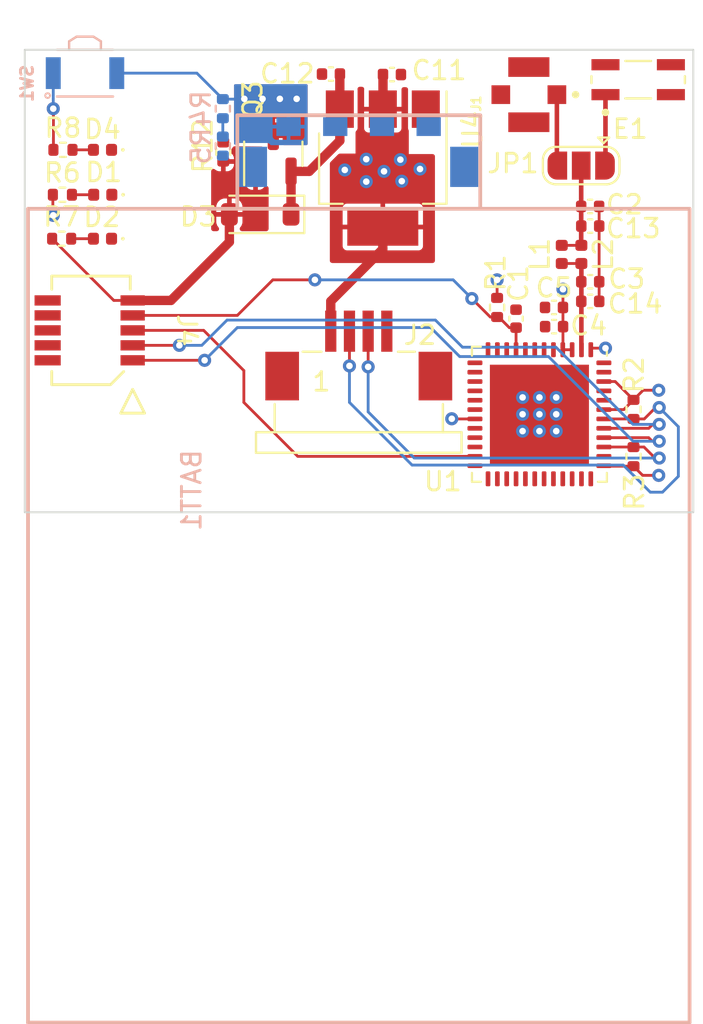
<source format=kicad_pcb>
(kicad_pcb (version 20221018) (generator pcbnew)
  (layers (0 "F.Cu" signal) (1 "In1.Cu" signal) (2 "In2.Cu" signal) (31 "B.Cu" signal) (34 "B.Paste" user) (35 "F.Paste" user) (36 "B.SilkS" user "B.Silkscreen") (37 "F.SilkS" user "F.Silkscreen") (38 "B.Mask" user) (39 "F.Mask" user) (44 "Edge.Cuts" user))
  (net 0 "")
  (net 1 "GND")
  (net 2 "Net-(JP1-A)")
  (net 3 "Net-(JP1-B)")
  (net 4 "+BATT")
  (net 6 "+3.3V")
  (net 7 "Net-(D3-K)")
  (net 8 "Net-(U1-LNA_IN)")
  (net 14 "/MCU/GPI34")
  (net 15 "/MCU/GPI35")
  (net 16 "/MCU/GPIO32")
  (net 17 "/MCU/GPIO33")
  (net 18 "/MCU/GPIO25")
  (net 19 "/MCU/GPIO26")
  (net 20 "/MCU/GPIO27")
  (net 21 "/MCU/GPIO14")
  (net 22 "/MCU/GPIO12")
  (net 23 "/MCU/GPIO13")
  (net 24 "/MCU/GPIO15")
  (net 26 "/MCU/GPIO4")
  (net 30 "/MCU/GPIO9")
  (net 31 "/MCU/GPIO10")
  (net 36 "/MCU/GPIO5")
  (net 37 "/MCU/GPIO18")
  (net 38 "/MCU/GPIO23")
  (net 39 "/MCU/GPIO19")
  (net 40 "/MCU/SCL")
  (net 41 "/MCU/RX")
  (net 42 "/MCU/TX")
  (net 43 "/MCU/SDA")
  (net 48 "/MCU/EN")
  (net 49 "VDC")
  (net 50 "/MCU/IO0")
  (net 51 "Net-(D1-A)")
  (net 52 "Net-(D2-A)")
  (net 53 "Net-(D4-A)")
  (net 54 "Net-(R8-Pad1)")
  (net 55 "Net-(JP1-C)")
  (footprint "Package_DFN_QFN:QFN-48-1EP_7x7mm_P0.5mm_EP5.3x5.3mm" (layer "F.Cu") (at 205.965 34.735 -90)
    (fp_text reference "U1" (at 3.59 5.165) (layer "F.SilkS"))
    (fp_text value "ESP32-PICO-D4")
    (fp_line (start -3.61 3.61) (end -3.61 3.135) (stroke (width 0.12)) (layer "F.SilkS"))
    (fp_line (start -3.135 -3.61) (end -3.61 -3.61) (stroke (width 0.12)) (layer "F.SilkS"))
    (fp_line (start -3.135 3.61) (end -3.61 3.61) (stroke (width 0.12)) (layer "F.SilkS"))
    (fp_line (start 3.135 -3.61) (end 3.61 -3.61) (stroke (width 0.12)) (layer "F.SilkS"))
    (fp_line (start 3.135 3.61) (end 3.61 3.61) (stroke (width 0.12)) (layer "F.SilkS"))
    (fp_line (start 3.61 -3.61) (end 3.61 -3.135) (stroke (width 0.12)) (layer "F.SilkS"))
    (fp_line (start 3.61 3.61) (end 3.61 3.135) (stroke (width 0.12)) (layer "F.SilkS"))
    (pad "1" smd roundrect (at -3.45 -2.75 270) (size 0.8 0.25) (layers "F.Cu" "F.Paste" "F.Mask") (net 6 "+3.3V"))
    (pad "2" smd roundrect (at -3.45 -2.25 270) (size 0.8 0.25) (layers "F.Cu" "F.Paste" "F.Mask") (net 8 "Net-(U1-LNA_IN)"))
    (pad "3" smd roundrect (at -3.45 -1.75 270) (size 0.8 0.25) (layers "F.Cu" "F.Paste" "F.Mask") (net 6 "+3.3V"))
    (pad "4" smd roundrect (at -3.45 -1.25 270) (size 0.8 0.25) (layers "F.Cu" "F.Paste" "F.Mask") (net 6 "+3.3V"))
    (pad "5" smd roundrect (at -3.45 -0.75 270) (size 0.8 0.25) (layers "F.Cu" "F.Paste" "F.Mask"))
    (pad "6" smd roundrect (at -3.45 -0.25 270) (size 0.8 0.25) (layers "F.Cu" "F.Paste" "F.Mask"))
    (pad "7" smd roundrect (at -3.45 0.25 270) (size 0.8 0.25) (layers "F.Cu" "F.Paste" "F.Mask"))
    (pad "8" smd roundrect (at -3.45 0.75 270) (size 0.8 0.25) (layers "F.Cu" "F.Paste" "F.Mask"))
    (pad "9" smd roundrect (at -3.45 1.25 270) (size 0.8 0.25) (layers "F.Cu" "F.Paste" "F.Mask") (net 48 "/MCU/EN"))
    (pad "10" smd roundrect (at -3.45 1.75 270) (size 0.8 0.25) (layers "F.Cu" "F.Paste" "F.Mask") (net 14 "/MCU/GPI34"))
    (pad "11" smd roundrect (at -3.45 2.25 270) (size 0.8 0.25) (layers "F.Cu" "F.Paste" "F.Mask") (net 15 "/MCU/GPI35"))
    (pad "12" smd roundrect (at -3.45 2.75 270) (size 0.8 0.25) (layers "F.Cu" "F.Paste" "F.Mask") (net 16 "/MCU/GPIO32"))
    (pad "13" smd roundrect (at -2.75 3.45 270) (size 0.25 0.8) (layers "F.Cu" "F.Paste" "F.Mask") (net 17 "/MCU/GPIO33"))
    (pad "14" smd roundrect (at -2.25 3.45 270) (size 0.25 0.8) (layers "F.Cu" "F.Paste" "F.Mask") (net 18 "/MCU/GPIO25"))
    (pad "15" smd roundrect (at -1.75 3.45 270) (size 0.25 0.8) (layers "F.Cu" "F.Paste" "F.Mask") (net 19 "/MCU/GPIO26"))
    (pad "16" smd roundrect (at -1.25 3.45 270) (size 0.25 0.8) (layers "F.Cu" "F.Paste" "F.Mask") (net 20 "/MCU/GPIO27"))
    (pad "17" smd roundrect (at -0.75 3.45 270) (size 0.25 0.8) (layers "F.Cu" "F.Paste" "F.Mask") (net 21 "/MCU/GPIO14"))
    (pad "18" smd roundrect (at -0.25 3.45 270) (size 0.25 0.8) (layers "F.Cu" "F.Paste" "F.Mask") (net 22 "/MCU/GPIO12"))
    (pad "19" smd roundrect (at 0.25 3.45 270) (size 0.25 0.8) (layers "F.Cu" "F.Paste" "F.Mask") (net 6 "+3.3V"))
    (pad "20" smd roundrect (at 0.75 3.45 270) (size 0.25 0.8) (layers "F.Cu" "F.Paste" "F.Mask") (net 23 "/MCU/GPIO13"))
    (pad "21" smd roundrect (at 1.25 3.45 270) (size 0.25 0.8) (layers "F.Cu" "F.Paste" "F.Mask") (net 24 "/MCU/GPIO15"))
    (pad "22" smd roundrect (at 1.75 3.45 270) (size 0.25 0.8) (layers "F.Cu" "F.Paste" "F.Mask"))
    (pad "23" smd roundrect (at 2.25 3.45 270) (size 0.25 0.8) (layers "F.Cu" "F.Paste" "F.Mask") (net 50 "/MCU/IO0"))
    (pad "24" smd roundrect (at 2.75 3.45 270) (size 0.25 0.8) (layers "F.Cu" "F.Paste" "F.Mask") (net 26 "/MCU/GPIO4"))
    (pad "25" smd roundrect (at 3.45 2.75 270) (size 0.8 0.25) (layers "F.Cu" "F.Paste" "F.Mask"))
    (pad "26" smd roundrect (at 3.45 2.25 270) (size 0.8 0.25) (layers "F.Cu" "F.Paste" "F.Mask"))
    (pad "27" smd roundrect (at 3.45 1.75 270) (size 0.8 0.25) (layers "F.Cu" "F.Paste" "F.Mask"))
    (pad "28" smd roundrect (at 3.45 1.25 270) (size 0.8 0.25) (layers "F.Cu" "F.Paste" "F.Mask") (net 30 "/MCU/GPIO9"))
    (pad "29" smd roundrect (at 3.45 0.75 270) (size 0.8 0.25) (layers "F.Cu" "F.Paste" "F.Mask") (net 31 "/MCU/GPIO10"))
    (pad "30" smd roundrect (at 3.45 0.25 270) (size 0.8 0.25) (layers "F.Cu" "F.Paste" "F.Mask"))
    (pad "31" smd roundrect (at 3.45 -0.25 270) (size 0.8 0.25) (layers "F.Cu" "F.Paste" "F.Mask"))
    (pad "32" smd roundrect (at 3.45 -0.75 270) (size 0.8 0.25) (layers "F.Cu" "F.Paste" "F.Mask"))
    (pad "33" smd roundrect (at 3.45 -1.25 270) (size 0.8 0.25) (layers "F.Cu" "F.Paste" "F.Mask"))
    (pad "34" smd roundrect (at 3.45 -1.75 270) (size 0.8 0.25) (layers "F.Cu" "F.Paste" "F.Mask") (net 36 "/MCU/GPIO5"))
    (pad "35" smd roundrect (at 3.45 -2.25 270) (size 0.8 0.25) (layers "F.Cu" "F.Paste" "F.Mask") (net 37 "/MCU/GPIO18"))
    (pad "36" smd roundrect (at 3.45 -2.75 270) (size 0.8 0.25) (layers "F.Cu" "F.Paste" "F.Mask") (net 38 "/MCU/GPIO23"))
    (pad "37" smd roundrect (at 2.75 -3.45 270) (size 0.25 0.8) (layers "F.Cu" "F.Paste" "F.Mask") (net 6 "+3.3V"))
    (pad "38" smd roundrect (at 2.25 -3.45 270) (size 0.25 0.8) (layers "F.Cu" "F.Paste" "F.Mask") (net 39 "/MCU/GPIO19"))
    (pad "39" smd roundrect (at 1.75 -3.45 270) (size 0.25 0.8) (layers "F.Cu" "F.Paste" "F.Mask") (net 40 "/MCU/SCL"))
    (pad "40" smd roundrect (at 1.25 -3.45 270) (size 0.25 0.8) (layers "F.Cu" "F.Paste" "F.Mask") (net 41 "/MCU/RX"))
    (pad "41" smd roundrect (at 0.75 -3.45 270) (size 0.25 0.8) (layers "F.Cu" "F.Paste" "F.Mask") (net 42 "/MCU/TX"))
    (pad "42" smd roundrect (at 0.25 -3.45 270) (size 0.25 0.8) (layers "F.Cu" "F.Paste" "F.Mask") (net 43 "/MCU/SDA"))
    (pad "43" smd roundrect (at -0.25 -3.45 270) (size 0.25 0.8) (layers "F.Cu" "F.Paste" "F.Mask") (net 6 "+3.3V"))
    (pad "44" smd roundrect (at -0.75 -3.45 270) (size 0.25 0.8) (layers "F.Cu" "F.Paste" "F.Mask"))
    (pad "45" smd roundrect (at -1.25 -3.45 270) (size 0.25 0.8) (layers "F.Cu" "F.Paste" "F.Mask"))
    (pad "46" smd roundrect (at -1.75 -3.45 270) (size 0.25 0.8) (layers "F.Cu" "F.Paste" "F.Mask") (net 6 "+3.3V"))
    (pad "47" smd roundrect (at -2.25 -3.45 270) (size 0.25 0.8) (layers "F.Cu" "F.Paste" "F.Mask"))
    (pad "48" smd roundrect (at -2.75 -3.45 270) (size 0.25 0.8) (layers "F.Cu" "F.Paste" "F.Mask"))
    (pad "49" smd rect (at 0 0 270) (size 5.3 5.3) (layers "F.Cu" "F.Mask") (net 1 "GND"))
  )
  (footprint "manul_tech:CON_533091070" (layer "F.Cu") (at 182.02 30.250001 -90)
    (fp_text reference "J4" (at 0 -5.08 -90 unlocked) (layer "F.SilkS"))
    (fp_text value "53309-1070")
    (fp_line (start -2.901264 2.14995) (end -2.901264 -2.050001) (stroke (width 0.1524)) (layer "F.SilkS"))
    (fp_line (start -2.899994 -2.050001) (end -2.195039 -2.050001) (stroke (width 0.1524)) (layer "F.SilkS"))
    (fp_line (start -2.195039 2.14995) (end -2.901264 2.14995) (stroke (width 0.1524)) (layer "F.SilkS"))
    (fp_line (start 2.200224 -1.699481) (end 2.901264 -0.998441) (stroke (width 0.1524)) (layer "F.SilkS"))
    (fp_line (start 2.901264 -0.998441) (end 2.901264 2.14995) (stroke (width 0.1524)) (layer "F.SilkS"))
    (fp_line (start 2.901264 2.14995) (end 2.195039 2.14995) (stroke (width 0.1524)) (layer "F.SilkS"))
    (fp_line (start 3.153994 -2.18) (end 4.423994 -2.815) (stroke (width 0.1524)) (layer "F.SilkS"))
    (fp_line (start 4.423994 -2.815) (end 4.423994 -1.545) (stroke (width 0.1524)) (layer "F.SilkS"))
    (fp_line (start 4.423994 -1.545) (end 3.153994 -2.18) (stroke (width 0.1524)) (layer "F.SilkS"))
    (pad "1" smd rect (at 1.599999 -2.180001 270) (size 0.55 1.3) (layers "F.Cu" "F.Paste" "F.Mask") (net 41 "/MCU/RX"))
    (pad "2" smd rect (at 0.799998 -2.180001 270) (size 0.55 1.3) (layers "F.Cu" "F.Paste" "F.Mask") (net 42 "/MCU/TX"))
    (pad "3" smd rect (at 0 -2.180001 270) (size 0.55 1.3) (layers "F.Cu" "F.Paste" "F.Mask") (net 50 "/MCU/IO0"))
    (pad "4" smd rect (at -0.800001 -2.180001 270) (size 0.55 1.3) (layers "F.Cu" "F.Paste" "F.Mask") (net 48 "/MCU/EN"))
    (pad "5" smd rect (at -1.599999 -2.180001 270) (size 0.55 1.3) (layers "F.Cu" "F.Paste" "F.Mask") (net 49 "VDC"))
    (pad "6" smd rect (at 1.599999 2.37 270) (size 0.55 1.4) (layers "F.Cu" "F.Paste" "F.Mask") (net 1 "GND"))
    (pad "7" smd rect (at 0.799998 2.37 270) (size 0.55 1.4) (layers "F.Cu" "F.Paste" "F.Mask") (net 1 "GND"))
    (pad "8" smd rect (at 0 2.37 270) (size 0.55 1.4) (layers "F.Cu" "F.Paste" "F.Mask") (net 1 "GND"))
    (pad "9" smd rect (at -0.800001 2.37 270) (size 0.55 1.4) (layers "F.Cu" "F.Paste" "F.Mask") (net 1 "GND"))
    (pad "10" smd rect (at -1.599999 2.37 270) (size 0.55 1.4) (layers "F.Cu" "F.Paste" "F.Mask") (net 1 "GND"))
  )
  (footprint "Resistor_SMD:R_0402_1005Metric" (layer "F.Cu") (at 203.7 29.025 -90)
    (fp_text reference "R1" (at -1.85 0.075 90) (layer "F.SilkS"))
    (fp_text value "10K")
    (fp_line (start -0.153641 -0.38) (end 0.153641 -0.38) (stroke (width 0.12)) (layer "F.SilkS"))
    (fp_line (start -0.153641 0.38) (end 0.153641 0.38) (stroke (width 0.12)) (layer "F.SilkS"))
    (pad "1" smd roundrect (at -0.51 0 270) (size 0.54 0.64) (layers "F.Cu" "F.Paste" "F.Mask") (net 6 "+3.3V"))
    (pad "2" smd roundrect (at 0.51 0 270) (size 0.54 0.64) (layers "F.Cu" "F.Paste" "F.Mask") (net 48 "/MCU/EN"))
  )
  (footprint "Capacitor_SMD:C_0402_1005Metric" (layer "F.Cu") (at 208.685 24.675)
    (fp_text reference "C13" (at 2.3 0.125) (layer "F.SilkS"))
    (fp_text value "TBD")
    (fp_line (start -0.107836 -0.36) (end 0.107836 -0.36) (stroke (width 0.12)) (layer "F.SilkS"))
    (fp_line (start -0.107836 0.36) (end 0.107836 0.36) (stroke (width 0.12)) (layer "F.SilkS"))
    (pad "1" smd roundrect (at -0.48 0) (size 0.56 0.62) (layers "F.Cu" "F.Paste" "F.Mask") (net 55 "Net-(JP1-C)"))
    (pad "2" smd roundrect (at 0.48 0) (size 0.56 0.62) (layers "F.Cu" "F.Paste" "F.Mask") (net 1 "GND"))
  )
  (footprint "Capacitor_SMD:C_0402_1005Metric" (layer "F.Cu") (at 208.685 27.65)
    (fp_text reference "C3" (at 1.95 -0.15) (layer "F.SilkS"))
    (fp_text value "TBD")
    (fp_line (start -0.107836 -0.36) (end 0.107836 -0.36) (stroke (width 0.12)) (layer "F.SilkS"))
    (fp_line (start -0.107836 0.36) (end 0.107836 0.36) (stroke (width 0.12)) (layer "F.SilkS"))
    (pad "1" smd roundrect (at -0.48 0) (size 0.56 0.62) (layers "F.Cu" "F.Paste" "F.Mask") (net 8 "Net-(U1-LNA_IN)"))
    (pad "2" smd roundrect (at 0.48 0) (size 0.56 0.62) (layers "F.Cu" "F.Paste" "F.Mask") (net 1 "GND"))
  )
  (footprint "Inductor_SMD:L_0402_1005Metric" (layer "F.Cu") (at 208.21 26.19 -90)
    (fp_text reference "L2" (at 0 -1.17 90) (layer "F.SilkS"))
    (fp_text value "TBD")
    (pad "1" smd roundrect (at -0.485 0 270) (size 0.59 0.64) (layers "F.Cu" "F.Paste" "F.Mask") (net 55 "Net-(JP1-C)"))
    (pad "2" smd roundrect (at 0.485 0 270) (size 0.59 0.64) (layers "F.Cu" "F.Paste" "F.Mask") (net 8 "Net-(U1-LNA_IN)"))
  )
  (footprint "Diode_SMD:D_SOD-123" (layer "F.Cu") (at 191.025 24.05 180)
    (fp_text reference "D3" (at 3.3125 -0.125) (layer "F.SilkS"))
    (fp_text value "1N5819W")
    (fp_line (start -2.36 -1) (end -2.36 1) (stroke (width 0.12)) (layer "F.SilkS"))
    (fp_line (start -2.36 -1) (end 1.65 -1) (stroke (width 0.12)) (layer "F.SilkS"))
    (fp_line (start -2.36 1) (end 1.65 1) (stroke (width 0.12)) (layer "F.SilkS"))
    (pad "1" smd roundrect (at -1.65 0 180) (size 0.9 1.2) (layers "F.Cu" "F.Paste" "F.Mask") (net 7 "Net-(D3-K)"))
    (pad "2" smd roundrect (at 1.65 0 180) (size 0.9 1.2) (layers "F.Cu" "F.Paste" "F.Mask") (net 49 "VDC"))
  )
  (footprint "Capacitor_SMD:C_0402_1005Metric" (layer "F.Cu") (at 206.75 30.05 180)
    (fp_text reference "C4" (at -1.85 0.05) (layer "F.SilkS"))
    (fp_text value "100nF")
    (fp_line (start -0.107836 -0.36) (end 0.107836 -0.36) (stroke (width 0.12)) (layer "F.SilkS"))
    (fp_line (start -0.107836 0.36) (end 0.107836 0.36) (stroke (width 0.12)) (layer "F.SilkS"))
    (pad "1" smd roundrect (at -0.48 0 180) (size 0.56 0.62) (layers "F.Cu" "F.Paste" "F.Mask") (net 6 "+3.3V"))
    (pad "2" smd roundrect (at 0.48 0 180) (size 0.56 0.62) (layers "F.Cu" "F.Paste" "F.Mask") (net 1 "GND"))
  )
  (footprint "Capacitor_SMD:C_0402_1005Metric" (layer "F.Cu") (at 194.81 16.55 180)
    (fp_text reference "C12" (at 2.335 0.025) (layer "F.SilkS"))
    (fp_text value "10uF")
    (fp_line (start -0.107836 -0.36) (end 0.107836 -0.36) (stroke (width 0.12)) (layer "F.SilkS"))
    (fp_line (start -0.107836 0.36) (end 0.107836 0.36) (stroke (width 0.12)) (layer "F.SilkS"))
    (pad "1" smd roundrect (at -0.48 0 180) (size 0.56 0.62) (layers "F.Cu" "F.Paste" "F.Mask") (net 7 "Net-(D3-K)"))
    (pad "2" smd roundrect (at 0.48 0 180) (size 0.56 0.62) (layers "F.Cu" "F.Paste" "F.Mask") (net 1 "GND"))
  )
  (footprint "Capacitor_SMD:C_0402_1005Metric" (layer "F.Cu") (at 198.075 16.575)
    (fp_text reference "C11" (at 2.52 -0.225) (layer "F.SilkS"))
    (fp_text value "10uF")
    (fp_line (start -0.107836 -0.36) (end 0.107836 -0.36) (stroke (width 0.12)) (layer "F.SilkS"))
    (fp_line (start -0.107836 0.36) (end 0.107836 0.36) (stroke (width 0.12)) (layer "F.SilkS"))
    (pad "1" smd roundrect (at -0.48 0) (size 0.56 0.62) (layers "F.Cu" "F.Paste" "F.Mask") (net 6 "+3.3V"))
    (pad "2" smd roundrect (at 0.48 0) (size 0.56 0.62) (layers "F.Cu" "F.Paste" "F.Mask") (net 1 "GND"))
  )
  (footprint "manul_tech:0734120114" (layer "F.Cu") (at 205.4 17.65 90)
    (fp_text reference "J1" (at -0.477548 -2.813875 90) (layer "F.SilkS") (effects (font (size 0.48155 0.48155))))
    (fp_text value "0734120114")
    (fp_circle (center 0 2.5) (end 0.1 2.5) (stroke (width 0.2)) (fill none) (layer "F.SilkS"))
    (pad "1" smd rect (at 0 1.5 90) (size 1 1) (layers "F.Cu" "F.Paste" "F.Mask") (net 3 "Net-(JP1-B)"))
    (pad "2" smd rect (at -1.475 0 90) (size 1.05 2.2) (layers "F.Cu" "F.Paste" "F.Mask") (net 1 "GND"))
    (pad "3" smd rect (at 0 -1.5 90) (size 1 1) (layers "F.Cu" "F.Paste" "F.Mask") (net 1 "GND"))
    (pad "4" smd rect (at 1.475 0 90) (size 1.05 2.2) (layers "F.Cu" "F.Paste" "F.Mask") (net 1 "GND"))
  )
  (footprint "Inductor_SMD:L_0402_1005Metric" (layer "F.Cu") (at 207.16 26.19 90)
    (fp_text reference "L1" (at 0 -1.17 90) (layer "F.SilkS"))
    (fp_text value "TBD")
    (pad "1" smd roundrect (at -0.485 0 90) (size 0.59 0.64) (layers "F.Cu" "F.Paste" "F.Mask") (net 8 "Net-(U1-LNA_IN)"))
    (pad "2" smd roundrect (at 0.485 0 90) (size 0.59 0.64) (layers "F.Cu" "F.Paste" "F.Mask") (net 55 "Net-(JP1-C)"))
  )
  (footprint "Resistor_SMD:R_0402_1005Metric" (layer "F.Cu") (at 189.05 20.715 90)
    (fp_text reference "R12" (at 0.325 -1.1 90) (layer "F.SilkS"))
    (fp_text value "100K")
    (fp_line (start -0.153641 -0.38) (end 0.153641 -0.38) (stroke (width 0.12)) (layer "F.SilkS"))
    (fp_line (start -0.153641 0.38) (end 0.153641 0.38) (stroke (width 0.12)) (layer "F.SilkS"))
    (pad "1" smd roundrect (at -0.51 0 90) (size 0.54 0.64) (layers "F.Cu" "F.Paste" "F.Mask") (net 49 "VDC"))
    (pad "2" smd roundrect (at 0.51 0 90) (size 0.54 0.64) (layers "F.Cu" "F.Paste" "F.Mask") (net 1 "GND"))
  )
  (footprint "Capacitor_SMD:C_0402_1005Metric" (layer "F.Cu") (at 206.745 29.025 180)
    (fp_text reference "C5" (at -0.005 1.05) (layer "F.SilkS"))
    (fp_text value "10uF")
    (fp_line (start -0.107836 -0.36) (end 0.107836 -0.36) (stroke (width 0.12)) (layer "F.SilkS"))
    (fp_line (start -0.107836 0.36) (end 0.107836 0.36) (stroke (width 0.12)) (layer "F.SilkS"))
    (pad "1" smd roundrect (at -0.48 0 180) (size 0.56 0.62) (layers "F.Cu" "F.Paste" "F.Mask") (net 6 "+3.3V"))
    (pad "2" smd roundrect (at 0.48 0 180) (size 0.56 0.62) (layers "F.Cu" "F.Paste" "F.Mask") (net 1 "GND"))
  )
  (footprint "Capacitor_SMD:C_0402_1005Metric" (layer "F.Cu") (at 208.68 23.625)
    (fp_text reference "C2" (at 1.83 -0.1) (layer "F.SilkS"))
    (fp_text value "TBD")
    (fp_line (start -0.107836 -0.36) (end 0.107836 -0.36) (stroke (width 0.12)) (layer "F.SilkS"))
    (fp_line (start -0.107836 0.36) (end 0.107836 0.36) (stroke (width 0.12)) (layer "F.SilkS"))
    (pad "1" smd roundrect (at -0.48 0) (size 0.56 0.62) (layers "F.Cu" "F.Paste" "F.Mask") (net 55 "Net-(JP1-C)"))
    (pad "2" smd roundrect (at 0.48 0) (size 0.56 0.62) (layers "F.Cu" "F.Paste" "F.Mask") (net 1 "GND"))
  )
  (footprint "Capacitor_SMD:C_0402_1005Metric" (layer "F.Cu") (at 208.685 28.7)
    (fp_text reference "C14" (at 2.4 0.125) (layer "F.SilkS"))
    (fp_text value "TBD")
    (fp_line (start -0.107836 -0.36) (end 0.107836 -0.36) (stroke (width 0.12)) (layer "F.SilkS"))
    (fp_line (start -0.107836 0.36) (end 0.107836 0.36) (stroke (width 0.12)) (layer "F.SilkS"))
    (pad "1" smd roundrect (at -0.48 0) (size 0.56 0.62) (layers "F.Cu" "F.Paste" "F.Mask") (net 8 "Net-(U1-LNA_IN)"))
    (pad "2" smd roundrect (at 0.48 0) (size 0.56 0.62) (layers "F.Cu" "F.Paste" "F.Mask") (net 1 "GND"))
  )
  (footprint "Package_TO_SOT_SMD:SOT-223-3_TabPin2" (layer "F.Cu") (at 197.585 21.575 -90)
    (fp_text reference "U4" (at -2.05 -4.8 90) (layer "F.SilkS"))
    (fp_text value "NCP1117ST33T3G")
    (fp_line (start -4.1 -3.41) (end 1.91 -3.41) (stroke (width 0.12)) (layer "F.SilkS"))
    (fp_line (start -1.85 3.41) (end 1.91 3.41) (stroke (width 0.12)) (layer "F.SilkS"))
    (fp_line (start 1.91 -3.41) (end 1.91 -2.15) (stroke (width 0.12)) (layer "F.SilkS"))
    (fp_line (start 1.91 3.41) (end 1.91 2.15) (stroke (width 0.12)) (layer "F.SilkS"))
    (pad "1" smd rect (at -3.15 -2.3 270) (size 2 1.5) (layers "F.Cu" "F.Paste" "F.Mask") (net 1 "GND"))
    (pad "2" smd rect (at -3.15 0 270) (size 2 1.5) (layers "F.Cu" "F.Paste" "F.Mask") (net 6 "+3.3V"))
    (pad "2" smd rect (at 3.15 0 270) (size 2 3.8) (layers "F.Cu" "F.Paste" "F.Mask") (net 6 "+3.3V"))
    (pad "3" smd rect (at -3.15 2.3 270) (size 2 1.5) (layers "F.Cu" "F.Paste" "F.Mask") (net 7 "Net-(D3-K)"))
  )
  (footprint "LED_SMD:LED_0402_1005Metric" (layer "F.Cu") (at 182.585 25.35 180)
    (fp_text reference "D2" (at 0.035 1.15) (layer "F.SilkS"))
    (fp_text value "EXT_PWR")
    (fp_circle (center -1.09 0) (end -1.04 0) (stroke (width 0.1)) (fill none) (layer "F.SilkS"))
    (pad "1" smd roundrect (at -0.485 0 180) (size 0.59 0.64) (layers "F.Cu" "F.Paste" "F.Mask") (net 1 "GND"))
    (pad "2" smd roundrect (at 0.485 0 180) (size 0.59 0.64) (layers "F.Cu" "F.Paste" "F.Mask") (net 52 "Net-(D2-A)"))
  )
  (footprint "Resistor_SMD:R_0402_1005Metric" (layer "F.Cu") (at 180.47 20.6)
    (fp_text reference "R8" (at 0 -1.17) (layer "F.SilkS"))
    (fp_text value "220R")
    (fp_line (start -0.153641 -0.38) (end 0.153641 -0.38) (stroke (width 0.12)) (layer "F.SilkS"))
    (fp_line (start -0.153641 0.38) (end 0.153641 0.38) (stroke (width 0.12)) (layer "F.SilkS"))
    (pad "1" smd roundrect (at -0.51 0) (size 0.54 0.64) (layers "F.Cu" "F.Paste" "F.Mask") (net 54 "Net-(R8-Pad1)"))
    (pad "2" smd roundrect (at 0.51 0) (size 0.54 0.64) (layers "F.Cu" "F.Paste" "F.Mask") (net 53 "Net-(D4-A)"))
  )
  (footprint "Resistor_SMD:R_0402_1005Metric" (layer "F.Cu") (at 211 37 90)
    (fp_text reference "R3" (at -1.9 0.05 90) (layer "F.SilkS"))
    (fp_text value "10K")
    (fp_line (start -0.153641 -0.38) (end 0.153641 -0.38) (stroke (width 0.12)) (layer "F.SilkS"))
    (fp_line (start -0.153641 0.38) (end 0.153641 0.38) (stroke (width 0.12)) (layer "F.SilkS"))
    (pad "1" smd roundrect (at -0.51 0 90) (size 0.54 0.64) (layers "F.Cu" "F.Paste" "F.Mask") (net 6 "+3.3V"))
    (pad "2" smd roundrect (at 0.51 0 90) (size 0.54 0.64) (layers "F.Cu" "F.Paste" "F.Mask") (net 40 "/MCU/SCL"))
  )
  (footprint "Capacitor_SMD:C_0402_1005Metric" (layer "F.Cu") (at 204.715 29.625 90)
    (fp_text reference "C1" (at 1.875 0.125 90) (layer "F.SilkS"))
    (fp_text value "1uF")
    (fp_line (start -0.107836 -0.36) (end 0.107836 -0.36) (stroke (width 0.12)) (layer "F.SilkS"))
    (fp_line (start -0.107836 0.36) (end 0.107836 0.36) (stroke (width 0.12)) (layer "F.SilkS"))
    (pad "1" smd roundrect (at -0.48 0 90) (size 0.56 0.62) (layers "F.Cu" "F.Paste" "F.Mask") (net 48 "/MCU/EN"))
    (pad "2" smd roundrect (at 0.48 0 90) (size 0.56 0.62) (layers "F.Cu" "F.Paste" "F.Mask") (net 1 "GND"))
  )
  (footprint "Jumper:SolderJumper-3_P1.3mm_Open_RoundedPad1.0x1.5mm" (layer "F.Cu") (at 208.2 21.4425 180)
    (fp_text reference "JP1" (at 3.65 0.1175) (layer "F.SilkS"))
    (fp_text value "Antenna Selector")
    (fp_line (start -2.05 0.3) (end -2.05 -0.3) (stroke (width 0.12)) (layer "F.SilkS"))
    (fp_line (start -1.5 1.5) (end -0.9 1.5) (stroke (width 0.12)) (layer "F.SilkS"))
    (fp_line (start -1.4 -1) (end 1.4 -1) (stroke (width 0.12)) (layer "F.SilkS"))
    (fp_line (start -1.2 1.2) (end -1.5 1.5) (stroke (width 0.12)) (layer "F.SilkS"))
    (fp_line (start -1.2 1.2) (end -0.9 1.5) (stroke (width 0.12)) (layer "F.SilkS"))
    (fp_line (start 1.4 1) (end -1.4 1) (stroke (width 0.12)) (layer "F.SilkS"))
    (fp_line (start 2.05 -0.3) (end 2.05 0.3) (stroke (width 0.12)) (layer "F.SilkS"))
    (fp_arc (start -2.05 -0.3) (mid -1.844975 -0.794975) (end -1.35 -1) (stroke (width 0.12)) (layer "F.SilkS"))
    (fp_arc (start -1.35 1) (mid -1.844975 0.794975) (end -2.05 0.3) (stroke (width 0.12)) (layer "F.SilkS"))
    (fp_arc (start 1.35 -1) (mid 1.844975 -0.794975) (end 2.05 -0.3) (stroke (width 0.12)) (layer "F.SilkS"))
    (fp_arc (start 2.05 0.3) (mid 1.844975 0.794975) (end 1.35 1) (stroke (width 0.12)) (layer "F.SilkS"))
    (pad "1" smd custom (at -1.3 0 180) (size 1 0.5) (layers "F.Cu" "F.Mask") (net 2 "Net-(JP1-A)") (options (clearance outline) (anchor rect)) (primitives (gr_circle (center 0 0.25) (end 0.5 0.25) (width 0) (fill yes)) (gr_circle (center 0 -0.25) (end 0.5 -0.25) (width 0) (fill yes)) (gr_poly (pts (xy 0.55 0.75) (xy 0 0.75) (xy 0 -0.75) (xy 0.55 -0.75)) (width 0) (fill yes))))
    (pad "2" smd rect (at 0 0 180) (size 1 1.5) (layers "F.Cu" "F.Mask") (net 55 "Net-(JP1-C)"))
    (pad "3" smd custom (at 1.3 0 180) (size 1 0.5) (layers "F.Cu" "F.Mask") (net 3 "Net-(JP1-B)") (options (clearance outline) (anchor rect)) (primitives (gr_circle (center 0 0.25) (end 0.5 0.25) (width 0) (fill yes)) (gr_circle (center 0 -0.25) (end 0.5 -0.25) (width 0) (fill yes)) (gr_poly (pts (xy 0 0.75) (xy -0.55 0.75) (xy -0.55 -0.75) (xy 0 -0.75)) (width 0) (fill yes))))
  )
  (footprint "Package_TO_SOT_SMD:SOT-23" (layer "F.Cu") (at 191.725 20.8125 90)
    (fp_text reference "Q3" (at 2.9125 -1.1 90) (layer "F.SilkS"))
    (fp_text value "FDN340P")
    (fp_line (start 0 -1.56) (end -1.675 -1.56) (stroke (width 0.12)) (layer "F.SilkS"))
    (fp_line (start 0 -1.56) (end 0.65 -1.56) (stroke (width 0.12)) (layer "F.SilkS"))
    (fp_line (start 0 1.56) (end -0.65 1.56) (stroke (width 0.12)) (layer "F.SilkS"))
    (fp_line (start 0 1.56) (end 0.65 1.56) (stroke (width 0.12)) (layer "F.SilkS"))
    (pad "1" smd roundrect (at -0.9375 -0.95 90) (size 1.475 0.6) (layers "F.Cu" "F.Paste" "F.Mask") (net 49 "VDC"))
    (pad "2" smd roundrect (at -0.9375 0.95 90) (size 1.475 0.6) (layers "F.Cu" "F.Paste" "F.Mask") (net 7 "Net-(D3-K)"))
    (pad "3" smd roundrect (at 0.9375 0 90) (size 1.475 0.6) (layers "F.Cu" "F.Paste" "F.Mask") (net 4 "+BATT"))
  )
  (footprint "Resistor_SMD:R_0402_1005Metric" (layer "F.Cu") (at 180.44 23)
    (fp_text reference "R6" (at 0 -1.17) (layer "F.SilkS"))
    (fp_text value "220R")
    (fp_line (start -0.153641 -0.38) (end 0.153641 -0.38) (stroke (width 0.12)) (layer "F.SilkS"))
    (fp_line (start -0.153641 0.38) (end 0.153641 0.38) (stroke (width 0.12)) (layer "F.SilkS"))
    (pad "1" smd roundrect (at -0.51 0) (size 0.54 0.64) (layers "F.Cu" "F.Paste" "F.Mask") (net 6 "+3.3V"))
    (pad "2" smd roundrect (at 0.51 0) (size 0.54 0.64) (layers "F.Cu" "F.Paste" "F.Mask") (net 51 "Net-(D1-A)"))
  )
  (footprint "manul_tech:68610414422" (layer "F.Cu") (at 196.3 32.69325)
    (fp_text reference "J2" (at 3.275 -2.19325) (layer "F.SilkS"))
    (fp_text value "68610414422")
    (fp_text user "1" (at -2 0.3) (layer "F.SilkS"))
    (fp_line (start -5.5 3) (end -4.5 3) (stroke (width 0.127)) (layer "F.SilkS"))
    (fp_line (start -5.5 4.1) (end -5.5 3) (stroke (width 0.127)) (layer "F.SilkS"))
    (fp_line (start -4.5 1.5) (end -4.5 3) (stroke (width 0.127)) (layer "F.SilkS"))
    (fp_line (start -4.5 3) (end 4.5 3) (stroke (width 0.127)) (layer "F.SilkS"))
    (fp_line (start -3 -1.3) (end -2 -1.3) (stroke (width 0.127)) (layer "F.SilkS"))
    (fp_line (start 2.1 -1.3) (end 3 -1.3) (stroke (width 0.127)) (layer "F.SilkS"))
    (fp_line (start 4.5 3) (end 4.5 1.5) (stroke (width 0.127)) (layer "F.SilkS"))
    (fp_line (start 4.5 3) (end 5.5 3) (stroke (width 0.127)) (layer "F.SilkS"))
    (fp_line (start 5.5 3) (end 5.5 4.1) (stroke (width 0.127)) (layer "F.SilkS"))
    (fp_line (start 5.5 4.1) (end -5.5 4.1) (stroke (width 0.127)) (layer "F.SilkS"))
    (pad "1" smd rect (at -1.5 -2.4) (size 0.6 2.2) (layers "F.Cu" "F.Paste" "F.Mask") (net 6 "+3.3V"))
    (pad "2" smd rect (at -0.5 -2.4) (size 0.6 2.2) (layers "F.Cu" "F.Paste" "F.Mask") (net 43 "/MCU/SDA"))
    (pad "3" smd rect (at 0.5 -2.4) (size 0.6 2.2) (layers "F.Cu" "F.Paste" "F.Mask") (net 40 "/MCU/SCL"))
    (pad "4" smd rect (at 1.5 -2.4) (size 0.6 2.2) (layers "F.Cu" "F.Paste" "F.Mask") (net 1 "GND"))
    (pad "Z1" smd rect (at -4.1 0) (size 1.8 2.6) (layers "F.Cu" "F.Paste" "F.Mask"))
    (pad "Z2" smd rect (at 4.1 0) (size 1.8 2.6) (layers "F.Cu" "F.Paste" "F.Mask"))
  )
  (footprint "LED_SMD:LED_0402_1005Metric" (layer "F.Cu") (at 182.6 23 180)
    (fp_text reference "D1" (at -0.05 1.2) (layer "F.SilkS"))
    (fp_text value "PWR")
    (fp_circle (center -1.09 0) (end -1.04 0) (stroke (width 0.1)) (fill none) (layer "F.SilkS"))
    (pad "1" smd roundrect (at -0.485 0 180) (size 0.59 0.64) (layers "F.Cu" "F.Paste" "F.Mask") (net 1 "GND"))
    (pad "2" smd roundrect (at 0.485 0 180) (size 0.59 0.64) (layers "F.Cu" "F.Paste" "F.Mask") (net 51 "Net-(D1-A)"))
  )
  (footprint "LED_SMD:LED_0402_1005Metric" (layer "F.Cu") (at 182.585 20.6 180)
    (fp_text reference "D4" (at 0 1.1) (layer "F.SilkS"))
    (fp_text value "BATT_PWR")
    (fp_circle (center -1.09 0) (end -1.04 0) (stroke (width 0.1)) (fill none) (layer "F.SilkS"))
    (pad "1" smd roundrect (at -0.485 0 180) (size 0.59 0.64) (layers "F.Cu" "F.Paste" "F.Mask") (net 1 "GND"))
    (pad "2" smd roundrect (at 0.485 0 180) (size 0.59 0.64) (layers "F.Cu" "F.Paste" "F.Mask") (net 53 "Net-(D4-A)"))
  )
  (footprint "manul_tech:XDCR_2450AT42E010BE" (layer "F.Cu") (at 211.25 16.85 180)
    (fp_text reference "E1" (at 0.425 -2.635) (layer "F.SilkS"))
    (fp_text value "2450AT42E010BE")
    (fp_line (start -2.5 -0.1865) (end -2.5 0.1865) (stroke (width 0.127)) (layer "F.SilkS"))
    (fp_line (start -0.6865 -1) (end 0.6865 -1) (stroke (width 0.127)) (layer "F.SilkS"))
    (fp_line (start -0.6865 1) (end 0.6865 1) (stroke (width 0.127)) (layer "F.SilkS"))
    (fp_line (start 2.5 -0.1865) (end 2.5 0.1865) (stroke (width 0.127)) (layer "F.SilkS"))
    (fp_circle (center 1.75 -1.75) (end 1.85 -1.75) (stroke (width 0.2)) (fill none) (layer "F.SilkS"))
    (pad "1" smd rect (at 1.75 -0.8 180) (size 1.5 0.6) (layers "F.Cu" "F.Paste" "F.Mask") (net 2 "Net-(JP1-A)"))
    (pad "2" smd rect (at -1.75 -0.8 180) (size 1.5 0.6) (layers "F.Cu" "F.Paste" "F.Mask"))
    (pad "3" smd rect (at -1.75 0.8 180) (size 1.5 0.6) (layers "F.Cu" "F.Paste" "F.Mask") (net 1 "GND"))
    (pad "4" smd rect (at 1.75 0.8 180) (size 1.5 0.6) (layers "F.Cu" "F.Paste" "F.Mask") (net 1 "GND"))
  )
  (footprint "Resistor_SMD:R_0402_1005Metric" (layer "F.Cu") (at 211 34.475 -90)
    (fp_text reference "R2" (at -1.85 -0.025 90) (layer "F.SilkS"))
    (fp_text value "10K")
    (fp_line (start -0.153641 -0.38) (end 0.153641 -0.38) (stroke (width 0.12)) (layer "F.SilkS"))
    (fp_line (start -0.153641 0.38) (end 0.153641 0.38) (stroke (width 0.12)) (layer "F.SilkS"))
    (pad "1" smd roundrect (at -0.51 0 270) (size 0.54 0.64) (layers "F.Cu" "F.Paste" "F.Mask") (net 6 "+3.3V"))
    (pad "2" smd roundrect (at 0.51 0 270) (size 0.54 0.64) (layers "F.Cu" "F.Paste" "F.Mask") (net 43 "/MCU/SDA"))
  )
  (footprint "Resistor_SMD:R_0402_1005Metric" (layer "F.Cu") (at 180.4 25.35)
    (fp_text reference "R7" (at 0 -1.17) (layer "F.SilkS"))
    (fp_text value "220R")
    (fp_line (start -0.153641 -0.38) (end 0.153641 -0.38) (stroke (width 0.12)) (layer "F.SilkS"))
    (fp_line (start -0.153641 0.38) (end 0.153641 0.38) (stroke (width 0.12)) (layer "F.SilkS"))
    (pad "1" smd roundrect (at -0.51 0) (size 0.54 0.64) (layers "F.Cu" "F.Paste" "F.Mask") (net 49 "VDC"))
    (pad "2" smd roundrect (at 0.51 0) (size 0.54 0.64) (layers "F.Cu" "F.Paste" "F.Mask") (net 52 "Net-(D2-A)"))
  )
  (footprint "manul_tech:SW_B3U-3000P" (layer "B.Cu") (at 181.65 16.5)
    (fp_text reference "SW1" (at -3.1 0.55 90) (layer "B.SilkS") (effects (font (size 0.640851 0.640851)) (justify mirror)))
    (fp_text value "B3U-3000P")
    (fp_line (start -1.5 -1.25) (end -0.85 -1.25) (stroke (width 0.127)) (layer "B.SilkS"))
    (fp_line (start -0.85 -1.25) (end -0.85 -1.7) (stroke (width 0.127)) (layer "B.SilkS"))
    (fp_line (start -0.85 -1.25) (end 0.85 -1.25) (stroke (width 0.127)) (layer "B.SilkS"))
    (fp_line (start -0.45 -1.95) (end -0.85 -1.7) (stroke (width 0.127)) (layer "B.SilkS"))
    (fp_line (start 0.45 -1.95) (end -0.45 -1.95) (stroke (width 0.127)) (layer "B.SilkS"))
    (fp_line (start 0.45 -1.95) (end 0.85 -1.7) (stroke (width 0.127)) (layer "B.SilkS"))
    (fp_line (start 0.85 -1.25) (end 0.85 -1.7) (stroke (width 0.127)) (layer "B.SilkS"))
    (fp_line (start 0.85 -1.25) (end 1.5 -1.25) (stroke (width 0.127)) (layer "B.SilkS"))
    (fp_line (start 1.5 1.25) (end -1.5 1.25) (stroke (width 0.127)) (layer "B.SilkS"))
    (fp_circle (center -2 1.2) (end -1.873 1.2) (stroke (width 0.1)) (fill none) (layer "B.SilkS"))
    (pad "1" smd rect (at -1.7 0 180) (size 0.8 1.7) (layers "B.Cu" "B.Paste" "B.Mask") (net 54 "Net-(R8-Pad1)"))
    (pad "2" smd rect (at 1.7 0 180) (size 0.8 1.7) (layers "B.Cu" "B.Paste" "B.Mask") (net 4 "+BATT"))
  )
  (footprint "Resistor_SMD:R_0402_1005Metric" (layer "B.Cu") (at 189.025 18.4 -90)
    (fp_text reference "R4" (at 0 1.17 90) (layer "B.SilkS") (effects (justify mirror)))
    (fp_text value "1.05K")
    (fp_line (start -0.153641 -0.38) (end 0.153641 -0.38) (stroke (width 0.12)) (layer "B.SilkS"))
    (fp_line (start -0.153641 0.38) (end 0.153641 0.38) (stroke (width 0.12)) (layer "B.SilkS"))
    (pad "1" smd roundrect (at -0.51 0 270) (size 0.54 0.64) (layers "B.Cu" "B.Paste" "B.Mask") (net 4 "+BATT"))
    (pad "2" smd roundrect (at 0.51 0 270) (size 0.54 0.64) (layers "B.Cu" "B.Paste" "B.Mask") (net 15 "/MCU/GPI35"))
  )
  (footprint "manul_tech:009155004541006" (layer "B.Cu") (at 196.3 43 -90)
    (fp_text reference "BATT1" (at -4.205 8.945001 90) (layer "B.SilkS") (effects (justify mirror)))
    (fp_text value "009155004541006")
    (fp_line (start -24.25 -6.499999) (end -24.25 6.5) (stroke (width 0.2)) (layer "B.SilkS"))
    (fp_line (start -24.25 6.5) (end -19.25 6.5) (stroke (width 0.2)) (layer "B.SilkS"))
    (fp_line (start -19.25 -17.7) (end -19.25 17.7) (stroke (width 0.2)) (layer "B.SilkS"))
    (fp_line (start -19.25 -6.499999) (end -24.25 -6.499999) (stroke (width 0.2)) (layer "B.SilkS"))
    (fp_line (start -19.25 6.5) (end -19.25 -6.499999) (stroke (width 0.2)) (layer "B.SilkS"))
    (fp_line (start -19.25 17.7) (end 24.25 17.7) (stroke (width 0.2)) (layer "B.SilkS"))
    (fp_line (start 24.25 -17.7) (end -19.25 -17.7) (stroke (width 0.2)) (layer "B.SilkS"))
    (fp_line (start 24.25 17.7) (end 24.25 -17.7) (stroke (width 0.2)) (layer "B.SilkS"))
    (pad "1" smd rect (at -23.64 3.760001 270) (size 1 1.3) (layers "B.Cu" "B.Paste" "B.Mask") (net 4 "+BATT"))
    (pad "2" smd rect (at -23.64 1.260001 270) (size 1 1.3) (layers "B.Cu" "B.Paste" "B.Mask"))
    (pad "3" smd rect (at -23.64 -1.239999 270) (size 1 1.3) (layers "B.Cu" "B.Paste" "B.Mask"))
    (pad "4" smd rect (at -23.64 -3.739999 270) (size 1 1.3) (layers "B.Cu" "B.Paste" "B.Mask") (net 1 "GND"))
    (pad "None" smd rect (at -21.49 -5.639999 270) (size 2.15 1.5) (layers "B.Cu" "B.Paste" "B.Mask"))
    (pad "None" smd rect (at -21.49 5.660001 270) (size 2.15 1.5) (layers "B.Cu" "B.Paste" "B.Mask"))
  )
  (footprint "Resistor_SMD:R_0402_1005Metric" (layer "B.Cu") (at 189.025 20.4 -90)
    (fp_text reference "R5" (at 0 1.17 90) (layer "B.SilkS") (effects (justify mirror)))
    (fp_text value "2.55K")
    (fp_line (start -0.153641 -0.38) (end 0.153641 -0.38) (stroke (width 0.12)) (layer "B.SilkS"))
    (fp_line (start -0.153641 0.38) (end 0.153641 0.38) (stroke (width 0.12)) (layer "B.SilkS"))
    (pad "1" smd roundrect (at -0.51 0 270) (size 0.54 0.64) (layers "B.Cu" "B.Paste" "B.Mask") (net 15 "/MCU/GPI35"))
    (pad "2" smd roundrect (at 0.51 0 270) (size 0.54 0.64) (layers "B.Cu" "B.Paste" "B.Mask") (net 1 "GND"))
  )
  (gr_rect (start 178.425 15.25) (end 214.2 39.975) (stroke (width 0.1)) (fill none) (layer "Edge.Cuts"))
  (segment (start 209.16 23.625) (end 209.16 28.695) (width 0.15) (layer "F.Cu") (net 1))
  (segment (start 209.16 28.695) (end 209.165 28.7) (width 0.15) (layer "F.Cu") (net 1))
  (via (at 205.965 34.735) (size 0.7) (drill 0.35) (layers "F.Cu" "B.Cu") (net 1))
  (via (at 205.065 35.635) (size 0.7) (drill 0.35) (layers "F.Cu" "B.Cu") (net 1))
  (via (at 206.865 34.735) (size 0.7) (drill 0.35) (layers "F.Cu" "B.Cu") (net 1))
  (via (at 206.865 35.635) (size 0.7) (drill 0.35) (layers "F.Cu" "B.Cu") (net 1))
  (via (at 205.065 34.735) (size 0.7) (drill 0.35) (layers "F.Cu" "B.Cu") (net 1))
  (via (at 205.065 33.835) (size 0.7) (drill 0.35) (layers "F.Cu" "B.Cu") (net 1))
  (via (at 205.965 33.835) (size 0.7) (drill 0.35) (layers "F.Cu" "B.Cu") (net 1))
  (via (at 206.865 33.835) (size 0.7) (drill 0.35) (layers "F.Cu" "B.Cu") (net 1))
  (via (at 205.965 35.635) (size 0.7) (drill 0.35) (layers "F.Cu" "B.Cu") (net 1))
  (segment (start 209.5 17.65) (end 209.5 21.4425) (width 0.245) (layer "F.Cu") (net 2))
  (segment (start 206.9 17.65) (end 206.9 21.4425) (width 0.245) (layer "F.Cu") (net 3))
  (via (at 192.975 17.875) (size 0.7) (drill 0.35) (layers "F.Cu" "B.Cu") (net 4))
  (via (at 192.075 17.875) (size 0.7) (drill 0.35) (layers "F.Cu" "B.Cu") (net 4))
  (via (at 191.15 17.875) (size 0.7) (drill 0.35) (layers "F.Cu" "B.Cu") (net 4))
  (via (at 190.175 17.875) (size 0.7) (drill 0.35) (layers "F.Cu" "B.Cu") (net 4))
  (segment (start 190.16 17.89) (end 190.175 17.875) (width 0.15) (layer "B.Cu") (net 4))
  (segment (start 187.635 16.5) (end 183.35 16.5) (width 0.15) (layer "B.Cu") (net 4))
  (segment (start 192.529997 19.370002) (end 192.539999 19.36) (width 0.245) (layer "B.Cu") (net 4))
  (segment (start 189.025 17.89) (end 187.635 16.5) (width 0.15) (layer "B.Cu") (net 4))
  (segment (start 189.025 17.89) (end 190.16 17.89) (width 0.15) (layer "B.Cu") (net 4))
  (segment (start 203.7 27.55) (end 203.7 28.515) (width 0.15) (layer "F.Cu") (net 6))
  (segment (start 207.225 28.05) (end 207.225 29.025) (width 0.15) (layer "F.Cu") (net 6))
  (segment (start 179.93 23) (end 179.93 24.08) (width 0.15) (layer "F.Cu") (net 6))
  (segment (start 197.595 16.575) (end 197.595 18.415) (width 0.5) (layer "F.Cu") (net 6))
  (segment (start 201.265 34.985) (end 201.26 34.985) (width 0.15) (layer "F.Cu") (net 6))
  (segment (start 194.8 30.29325) (end 194.8 28.69325) (width 0.5) (layer "F.Cu") (net 6))
  (segment (start 179.93 24.08) (end 179.95 24.1) (width 0.15) (layer "F.Cu") (net 6))
  (segment (start 201.285 34.985) (end 201.275 34.975) (width 0.15) (layer "F.Cu") (net 6))
  (segment (start 207.225 29.025) (end 207.225 31.275) (width 0.15) (layer "F.Cu") (net 6))
  (segment (start 211.49 38) (end 211 37.51) (width 0.15) (layer "F.Cu") (net 6))
  (segment (start 208.8 31.2) (end 208.715 31.285) (width 0.15) (layer "F.Cu") (net 6))
  (segment (start 197.595 18.415) (end 197.585 18.425) (width 0.5) (layer "F.Cu") (net 6))
  (segment (start 212.35 38) (end 211.49 38) (width 0.15) (layer "F.Cu") (net 6))
  (segment (start 212.35 33.45) (end 211.515 33.45) (width 0.15) (layer "F.Cu") (net 6))
  (segment (start 209.44 37.51) (end 211 37.51) (width 0.15) (layer "F.Cu") (net 6))
  (segment (start 201.275 34.975) (end 201.265 34.985) (width 0.15) (layer "F.Cu") (net 6))
  (segment (start 209.415 37.485) (end 209.44 37.51) (width 0.15) (layer "F.Cu") (net 6))
  (segment (start 210.48 34.485) (end 211 33.965) (width 0.15) (layer "F.Cu") (net 6))
  (segment (start 207.715 31.285) (end 207.215 31.285) (width 0.15) (layer "F.Cu") (net 6))
  (segment (start 202.515 34.985) (end 201.285 34.985) (width 0.15) (layer "F.Cu") (net 6))
  (segment (start 210.02 32.985) (end 211 33.965) (width 0.15) (layer "F.Cu") (net 6))
  (segment (start 207.225 31.275) (end 207.215 31.285) (width 0.15) (layer "F.Cu") (net 6))
  (segment (start 211.515 33.45) (end 211 33.965) (width 0.15) (layer "F.Cu") (net 6))
  (segment (start 209.415 32.985) (end 210.02 32.985) (width 0.15) (layer "F.Cu") (net 6))
  (segment (start 194.8 28.69325) (end 197.585 25.90825) (width 0.5) (layer "F.Cu") (net 6))
  (segment (start 209.415 34.485) (end 210.48 34.485) (width 0.15) (layer "F.Cu") (net 6))
  (segment (start 197.585 25.90825) (end 197.585 24.725) (width 0.5) (layer "F.Cu") (net 6))
  (segment (start 209.5 31.2) (end 208.8 31.2) (width 0.15) (layer "F.Cu") (net 6))
  (via (at 199.575 21.625) (size 0.7) (drill 0.35) (layers "F.Cu" "B.Cu") (net 6))
  (via (at 179.95 24.1) (size 0.7) (drill 0.35) (layers "F.Cu" "B.Cu") (net 6))
  (via (at 196.7 21.1) (size 0.7) (drill 0.35) (layers "F.Cu" "B.Cu") (net 6))
  (via (at 212.35 38) (size 0.7) (drill 0.35) (layers "F.Cu" "B.Cu") (net 6))
  (via (at 198.525 21.125) (size 0.7) (drill 0.35) (layers "F.Cu" "B.Cu") (net 6))
  (via (at 212.35 33.45) (size 0.7) (drill 0.35) (layers "F.Cu" "B.Cu") (net 6))
  (via (at 207.225 28.05) (size 0.7) (drill 0.35) (layers "F.Cu" "B.Cu") (net 6))
  (via (at 203.7 27.55) (size 0.7) (drill 0.35) (layers "F.Cu" "B.Cu") (net 6))
  (via (at 201.275 34.975) (size 0.7) (drill 0.35) (layers "F.Cu" "B.Cu") (net 6))
  (via (at 197.65 21.75) (size 0.7) (drill 0.35) (layers "F.Cu" "B.Cu") (net 6))
  (via (at 209.5 31.2) (size 0.7) (drill 0.35) (layers "F.Cu" "B.Cu") (net 6))
  (via (at 198.6 22.275) (size 0.7) (drill 0.35) (layers "F.Cu" "B.Cu") (net 6))
  (via (at 196.7 22.3) (size 0.7) (drill 0.35) (layers "F.Cu" "B.Cu") (net 6))
  (via (at 195.55 21.675) (size 0.7) (drill 0.35) (layers "F.Cu" "B.Cu") (net 6))
  (segment (start 192.675 21.75) (end 193.65 21.75) (width 0.5) (layer "F.Cu") (net 7))
  (segment (start 195.285 18.425) (end 195.285 16.555) (width 0.5) (layer "F.Cu") (net 7))
  (segment (start 195.2975 18.4125) (end 195.285 18.425) (width 0.5) (layer "F.Cu") (net 7))
  (segment (start 193.65 21.75) (end 195.285 20.115) (width 0.5) (layer "F.Cu") (net 7))
  (segment (start 195.285 16.555) (end 195.29 16.55) (width 0.5) (layer "F.Cu") (net 7))
  (segment (start 192.675 21.75) (end 192.675 24.05) (width 0.5) (layer "F.Cu") (net 7))
  (segment (start 195.285 20.115) (end 195.285 18.425) (width 0.5) (layer "F.Cu") (net 7))
  (segment (start 208.21 31.28) (end 208.215 31.285) (width 0.15) (layer "F.Cu") (net 8))
  (segment (start 207.16 26.675) (end 208.21 26.675) (width 0.15) (layer "F.Cu") (net 8))
  (segment (start 208.21 26.675) (end 208.21 31.28) (width 0.245) (layer "F.Cu") (net 8))
  (segment (start 189.025 18.91) (end 189.025 19.89) (width 0.15) (layer "B.Cu") (net 15))
  (segment (start 196.8 32.2) (end 196.8 30.29325) (width 0.15) (layer "F.Cu") (net 40))
  (segment (start 209.415 36.485) (end 211.56 36.485) (width 0.15) (layer "F.Cu") (net 40))
  (segment (start 212.15 37.075) (end 211.56 36.485) (width 0.15) (layer "F.Cu") (net 40))
  (segment (start 211.56 36.485) (end 211.565 36.485) (width 0.15) (layer "F.Cu") (net 40))
  (segment (start 212.375 37.075) (end 212.15 37.075) (width 0.15) (layer "F.Cu") (net 40))
  (via (at 196.8 32.2) (size 0.7) (drill 0.35) (layers "F.Cu" "B.Cu") (net 40))
  (via (at 212.375 37.075) (size 0.7) (drill 0.35) (layers "F.Cu" "B.Cu") (net 40))
  (segment (start 199.269974 37.075) (end 196.8 34.605026) (width 0.15) (layer "B.Cu") (net 40))
  (segment (start 196.8 34.605026) (end 196.8 32.2) (width 0.15) (layer "B.Cu") (net 40))
  (segment (start 212.375 37.075) (end 199.269974 37.075) (width 0.15) (layer "B.Cu") (net 40))
  (segment (start 188.05 31.85) (end 184.200001 31.85) (width 0.15) (layer "F.Cu") (net 41))
  (segment (start 212 36.175) (end 211.81 35.985) (width 0.15) (layer "F.Cu") (net 41))
  (segment (start 211.81 35.985) (end 209.415 35.985) (width 0.15) (layer "F.Cu") (net 41))
  (segment (start 212.375 36.175) (end 212 36.175) (width 0.15) (layer "F.Cu") (net 41))
  (via (at 188.05 31.85) (size 0.7) (drill 0.35) (layers "F.Cu" "B.Cu") (net 41))
  (via (at 212.375 36.175) (size 0.7) (drill 0.35) (layers "F.Cu" "B.Cu") (net 41))
  (segment (start 200.15 30.1) (end 189.8 30.1) (width 0.15) (layer "B.Cu") (net 41))
  (segment (start 212.375 36.175) (end 210.975 36.175) (width 0.15) (layer "B.Cu") (net 41))
  (segment (start 201.7 31.65) (end 200.15 30.1) (width 0.15) (layer "B.Cu") (net 41))
  (segment (start 189.8 30.1) (end 188.05 31.85) (width 0.15) (layer "B.Cu") (net 41))
  (segment (start 210.975 36.175) (end 206.45 31.65) (width 0.15) (layer "B.Cu") (net 41))
  (segment (start 206.45 31.65) (end 201.7 31.65) (width 0.15) (layer "B.Cu") (net 41))
  (segment (start 212.025 35.275) (end 211.815 35.485) (width 0.15) (layer "F.Cu") (net 42))
  (segment (start 186.7 31.05) (end 184.200001 31.049999) (width 0.15) (layer "F.Cu") (net 42))
  (segment (start 212.375 35.275) (end 212.025 35.275) (width 0.15) (layer "F.Cu") (net 42))
  (segment (start 211.815 35.485) (end 209.415 35.485) (width 0.15) (layer "F.Cu") (net 42))
  (via (at 212.375 35.275) (size 0.7) (drill 0.35) (layers "F.Cu" "B.Cu") (net 42))
  (via (at 186.7 31.05) (size 0.7) (drill 0.35) (layers "F.Cu" "B.Cu") (net 42))
  (segment (start 200.4 29.7) (end 189.25 29.7) (width 0.15) (layer "B.Cu") (net 42))
  (segment (start 206.85 31.15) (end 201.85 31.15) (width 0.15) (layer "B.Cu") (net 42))
  (segment (start 212.375 35.275) (end 212.025 35.275) (width 0.15) (layer "B.Cu") (net 42))
  (segment (start 210.975 35.275) (end 206.85 31.15) (width 0.15) (layer "B.Cu") (net 42))
  (segment (start 201.85 31.15) (end 200.4 29.7) (width 0.15) (layer "B.Cu") (net 42))
  (segment (start 189.25 29.7) (end 187.9 31.05) (width 0.15) (layer "B.Cu") (net 42))
  (segment (start 212.025 35.275) (end 210.975 35.275) (width 0.15) (layer "B.Cu") (net 42))
  (segment (start 187.9 31.05) (end 186.7 31.05) (width 0.15) (layer "B.Cu") (net 42))
  (segment (start 195.8 32.15) (end 195.8 30.29325) (width 0.15) (layer "F.Cu") (net 43))
  (segment (start 212.185 34.375) (end 211.575 34.985) (width 0.15) (layer "F.Cu") (net 43))
  (segment (start 209.425 34.985) (end 211.575 34.985) (width 0.15) (layer "F.Cu") (net 43))
  (segment (start 212.375 34.375) (end 212.185 34.375) (width 0.15) (layer "F.Cu") (net 43))
  (via (at 195.8 32.15) (size 0.7) (drill 0.35) (layers "F.Cu" "B.Cu") (net 43))
  (via (at 212.375 34.375) (size 0.7) (drill 0.35) (layers "F.Cu" "B.Cu") (net 43))
  (segment (start 212.375 34.375) (end 213.4 35.4) (width 0.15) (layer "B.Cu") (net 43))
  (segment (start 199.15 37.45) (end 195.8 34.1) (width 0.15) (layer "B.Cu") (net 43))
  (segment (start 212.55 38.9) (end 211.9 38.9) (width 0.15) (layer "B.Cu") (net 43))
  (segment (start 211.9 38.9) (end 210.45 37.45) (width 0.15) (layer "B.Cu") (net 43))
  (segment (start 213.4 38.05) (end 212.55 38.9) (width 0.15) (layer "B.Cu") (net 43))
  (segment (start 210.45 37.45) (end 199.15 37.45) (width 0.15) (layer "B.Cu") (net 43))
  (segment (start 195.8 34.1) (end 195.8 32.15) (width 0.15) (layer "B.Cu") (net 43))
  (segment (start 213.4 35.4) (end 213.4 38.05) (width 0.15) (layer "B.Cu") (net 43))
  (segment (start 203.7 29.535) (end 203.785 29.535) (width 0.15) (layer "F.Cu") (net 48))
  (segment (start 184.200001 29.45) (end 189.8 29.45) (width 0.15) (layer "F.Cu") (net 48))
  (segment (start 202.35 28.55) (end 203.335 29.535) (width 0.15) (layer "F.Cu") (net 48))
  (segment (start 203.335 29.535) (end 203.7 29.535) (width 0.15) (layer "F.Cu") (net 48))
  (segment (start 191.7 27.55) (end 193.95 27.55) (width 0.15) (layer "F.Cu") (net 48))
  (segment (start 189.8 29.45) (end 191.7 27.55) (width 0.15) (layer "F.Cu") (net 48))
  (segment (start 204.715 30.105) (end 204.715 31.285) (width 0.15) (layer "F.Cu") (net 48))
  (segment (start 204.71 31.28) (end 204.715 31.285) (width 0.15) (layer "F.Cu") (net 48))
  (segment (start 203.785 29.535) (end 204.355 30.105) (width 0.15) (layer "F.Cu") (net 48))
  (segment (start 204.355 30.105) (end 204.715 30.105) (width 0.15) (layer "F.Cu") (net 48))
  (via (at 202.35 28.55) (size 0.7) (drill 0.35) (layers "F.Cu" "B.Cu") (net 48))
  (via (at 193.95 27.55) (size 0.7) (drill 0.35) (layers "F.Cu" "B.Cu") (net 48))
  (segment (start 201.35 27.55) (end 202.35 28.55) (width 0.15) (layer "B.Cu") (net 48))
  (segment (start 193.95 27.55) (end 201.35 27.55) (width 0.15) (layer "B.Cu") (net 48))
  (segment (start 179.89 25.35) (end 183.190002 28.650002) (width 0.15) (layer "F.Cu") (net 49))
  (segment (start 186.249998 28.650002) (end 189.375 25.525) (width 0.5) (layer "F.Cu") (net 49))
  (segment (start 190.77 21.745) (end 190.775 21.75) (width 0.15) (layer "F.Cu") (net 49))
  (segment (start 184.200001 28.650002) (end 186.249998 28.650002) (width 0.5) (layer "F.Cu") (net 49))
  (segment (start 189.375 25.525) (end 189.375 24.05) (width 0.5) (layer "F.Cu") (net 49))
  (segment (start 183.190002 28.650002) (end 184.200001 28.650002) (width 0.15) (layer "F.Cu") (net 49))
  (segment (start 184.200001 30.250001) (end 188.000001 30.250001) (width 0.15) (layer "F.Cu") (net 50))
  (segment (start 190.15 32.4) (end 190.15 34.1) (width 0.15) (layer "F.Cu") (net 50))
  (segment (start 193.035 36.985) (end 202.515 36.985) (width 0.15) (layer "F.Cu") (net 50))
  (segment (start 190.15 34.1) (end 193.035 36.985) (width 0.15) (layer "F.Cu") (net 50))
  (segment (start 188.000001 30.250001) (end 190.15 32.4) (width 0.15) (layer "F.Cu") (net 50))
  (segment (start 180.95 23) (end 182.115 23) (width 0.15) (layer "F.Cu") (net 51))
  (segment (start 182.1 25.35) (end 180.91 25.35) (width 0.15) (layer "F.Cu") (net 52))
  (segment (start 180.98 20.6) (end 182.1 20.6) (width 0.15) (layer "F.Cu") (net 53))
  (segment (start 179.96 20.6) (end 179.96 18.41) (width 0.15) (layer "F.Cu") (net 54))
  (segment (start 179.96 18.41) (end 179.95 18.4) (width 0.15) (layer "F.Cu") (net 54))
  (via (at 179.95 18.4) (size 0.7) (drill 0.35) (layers "F.Cu" "B.Cu") (net 54))
  (segment (start 179.95 18.4) (end 179.95 16.5) (width 0.15) (layer "B.Cu") (net 54))
  (segment (start 208.2 25.695) (end 208.21 25.705) (width 0.15) (layer "F.Cu") (net 55))
  (segment (start 207.16 25.705) (end 208.21 25.705) (width 0.15) (layer "F.Cu") (net 55))
  (segment (start 208.2 21.4425) (end 208.2 25.695) (width 0.245) (layer "F.Cu") (net 55))
  (zone (net 6) (net_name "+3.3V") (layer "F.Cu") (name "VCC") (priority 1) (connect_pads (clearance 0.15)) (min_thickness 0.25) (fill yes (thermal_gap 0.25) (thermal_bridge_width 0.25))
    (polygon (pts (xy 194.75 26.65) (xy 200.375 26.65) (xy 200.375 20.825) (xy 198.975 20.825) (xy 198.975 17.25) (xy 196.125 17.225) (xy 196.125 20.8) (xy 194.75 20.8)))
  )
  (zone (net 4) (net_name "+BATT") (layer "F.Cu") (name "VBUS_CHARGER") (priority 1) (connect_pads (clearance 0.15)) (min_thickness 0.125) (fill yes (thermal_gap 0.2) (thermal_bridge_width 0.2))
    (polygon (pts (xy 189.625 20.35) (xy 193.565 20.35) (xy 193.565 17.09) (xy 189.625 17.09)))
  )
  (zone (net 49) (net_name "VDC") (layer "F.Cu") (priority 1) (connect_pads (clearance 0.15)) (min_thickness 0.25) (fill yes (thermal_gap 0.25) (thermal_bridge_width 0.25))
    (polygon (pts (xy 191.475 20.425) (xy 191.475 24.95) (xy 188.4 24.95) (xy 188.4 20.4)))
  )
  (zone (net 0) (net_name "") (layers "In1.Cu" "In2.Cu" "B.Cu") (name "BT_Antenna") (connect_pads (clearance 0)) (min_thickness 0.25)
    (keepout (tracks allowed) (vias allowed) (pads allowed) (copperpour not_allowed) (footprints allowed))
    (fill (thermal_gap 0.5) (thermal_bridge_width 0.5))
    (polygon (pts (xy 208 31.94) (xy 208.4 31.94) (xy 208.4 30.63) (xy 209.56 30.63) (xy 209.6 22.75) (xy 208.4 22.75) (xy 208.01 22.75)))
  )
  (zone (net 4) (net_name "+BATT") (layer "B.Cu") (name "VBUS_CHARGER") (priority 1) (connect_pads (clearance 0.15)) (min_thickness 0.125) (fill yes (thermal_gap 0.2) (thermal_bridge_width 0.2))
    (polygon (pts (xy 189.625 17.09) (xy 193.56 17.09) (xy 193.56 20.35) (xy 189.625 20.35)))
  )
)
</source>
